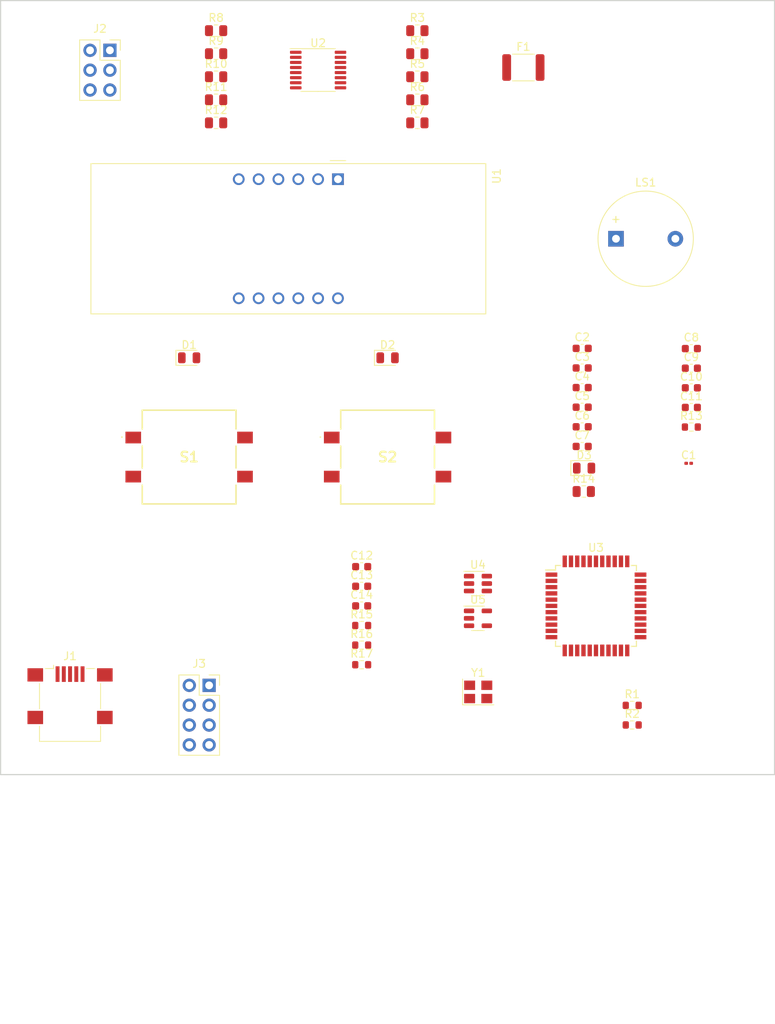
<source format=kicad_pcb>
(kicad_pcb (version 20221018) (generator pcbnew)
  (layers (0 "F.Cu" signal) (31 "B.Cu" signal) (34 "B.Paste" user) (35 "F.Paste" user) (36 "B.SilkS" user "B.Silkscreen") (37 "F.SilkS" user "F.Silkscreen") (38 "B.Mask" user) (39 "F.Mask" user) (44 "Edge.Cuts" user))
  (net 0 "")
  (net 1 "GND")
  (net 2 "Net-(D1-A)")
  (net 3 "Net-(D2-A)")
  (net 4 "Buzzer")
  (net 5 "Button_1")
  (net 6 "Button_2")
  (net 7 "RED_LED")
  (net 8 "GREEN_LED")
  (net 9 "a")
  (net 10 "Net-(U1-a)")
  (net 11 "b")
  (net 12 "Net-(U1-b)")
  (net 13 "c")
  (net 14 "Net-(U1-c)")
  (net 15 "d")
  (net 16 "Net-(U1-d)")
  (net 17 "e")
  (net 18 "Net-(U1-e)")
  (net 19 "f")
  (net 20 "Net-(U1-f)")
  (net 21 "g")
  (net 22 "Net-(U1-g)")
  (net 23 "dp")
  (net 24 "Net-(U1-DPX)")
  (net 25 "Dig4")
  (net 26 "Dig3")
  (net 27 "Dig2")
  (net 28 "Dig1")
  (net 30 "SH_CP")
  (net 31 "ST_CP")
  (net 32 "DS")
  (net 33 "XTAL2")
  (net 34 "XTAL1")
  (net 35 "RST")
  (net 36 "/UCAP")
  (net 37 "/AREF")
  (net 38 "Net-(D3-A)")
  (net 39 "Net-(J1-VBUS)")
  (net 40 "Net-(U5-BP)")
  (net 41 "+3.3V")
  (net 42 "Net-(J1-D-)")
  (net 43 "Net-(J1-D+)")
  (net 44 "MISO")
  (net 45 "SCK")
  (net 47 "MOSI")
  (net 48 "TX")
  (net 50 "Net-(J3-Pin_5)")
  (net 51 "RX")
  (net 52 "USB_CONN_D+")
  (net 53 "USB_CONN_D-")
  (net 54 "USB_D-")
  (net 55 "USB_D+")
  (footprint "Capacitor_SMD:C_0603_1608Metric" (layer "F.Cu") (at 112.255 121.92)
    (fp_text reference "C14" (at 0 -1.43) (layer "F.SilkS"))
    (fp_text value "1uF")
    (fp_line (start -0.14058 -0.51) (end 0.14058 -0.51) (stroke (width 0.12)) (layer "F.SilkS"))
    (fp_line (start -0.14058 0.51) (end 0.14058 0.51) (stroke (width 0.12)) (layer "F.SilkS"))
    (pad "1" smd roundrect (at -0.775 0) (size 0.9 0.95) (layers "F.Cu" "F.Paste" "F.Mask") (net 35 "RST"))
    (pad "2" smd roundrect (at 0.775 0) (size 0.9 0.95) (layers "F.Cu" "F.Paste" "F.Mask") (net 1 "GND"))
  )
  (footprint "Crystal:Crystal_SMD_Abracon_ABM8G-4Pin_3.2x2.5mm" (layer "F.Cu") (at 127.17 132.93)
    (fp_text reference "Y1" (at 0 -2.45) (layer "F.SilkS"))
    (fp_text value "Crystal_GND24")
    (fp_line (start -2 -1.65) (end -2 1.65) (stroke (width 0.12)) (layer "F.SilkS"))
    (fp_line (start -2 1.65) (end 2 1.65) (stroke (width 0.12)) (layer "F.SilkS"))
    (pad "1" smd rect (at -1.1 0.85) (size 1.4 1.2) (layers "F.Cu" "F.Paste" "F.Mask") (net 34 "XTAL1"))
    (pad "2" smd rect (at 1.1 0.85) (size 1.4 1.2) (layers "F.Cu" "F.Paste" "F.Mask") (net 1 "GND"))
    (pad "3" smd rect (at 1.1 -0.85) (size 1.4 1.2) (layers "F.Cu" "F.Paste" "F.Mask") (net 33 "XTAL2"))
    (pad "4" smd rect (at -1.1 -0.85) (size 1.4 1.2) (layers "F.Cu" "F.Paste" "F.Mask") (net 1 "GND"))
  )
  (footprint "Resistor_SMD:R_0805_2012Metric" (layer "F.Cu") (at 93.6225 60.1)
    (fp_text reference "R12" (at 0 -1.65) (layer "F.SilkS"))
    (fp_text value "100")
    (fp_line (start -0.227064 -0.735) (end 0.227064 -0.735) (stroke (width 0.12)) (layer "F.SilkS"))
    (fp_line (start -0.227064 0.735) (end 0.227064 0.735) (stroke (width 0.12)) (layer "F.SilkS"))
    (pad "1" smd roundrect (at -0.9125 0) (size 1.025 1.4) (layers "F.Cu" "F.Paste" "F.Mask") (roundrect_rratio 0.243902) (net 23 "dp"))
    (pad "2" smd roundrect (at 0.9125 0) (size 1.025 1.4) (layers "F.Cu" "F.Paste" "F.Mask") (roundrect_rratio 0.243902) (net 24 "Net-(U1-DPX)"))
  )
  (footprint "Resistor_SMD:R_0805_2012Metric" (layer "F.Cu") (at 93.6225 57.15)
    (fp_text reference "R11" (at 0 -1.65) (layer "F.SilkS"))
    (fp_text value "100")
    (fp_line (start -0.227064 -0.735) (end 0.227064 -0.735) (stroke (width 0.12)) (layer "F.SilkS"))
    (fp_line (start -0.227064 0.735) (end 0.227064 0.735) (stroke (width 0.12)) (layer "F.SilkS"))
    (pad "1" smd roundrect (at -0.9125 0) (size 1.025 1.4) (layers "F.Cu" "F.Paste" "F.Mask") (roundrect_rratio 0.243902) (net 21 "g"))
    (pad "2" smd roundrect (at 0.9125 0) (size 1.025 1.4) (layers "F.Cu" "F.Paste" "F.Mask") (roundrect_rratio 0.243902) (net 22 "Net-(U1-g)"))
  )
  (footprint "Display_7Segment:CA56-12EWA" (layer "F.Cu") (at 109.22 67.31 -90)
    (fp_text reference "U1" (at -0.4 -20.31 90) (layer "F.SilkS"))
    (fp_text value "CA56-12EWA")
    (fp_line (start -2.38 -1) (end -2.38 1) (stroke (width 0.12)) (layer "F.SilkS"))
    (fp_line (start -2 -18.92) (end -2 31.62) (stroke (width 0.12)) (layer "F.SilkS"))
    (fp_line (start -2 -18.92) (end 17.24 -18.92) (stroke (width 0.12)) (layer "F.SilkS"))
    (fp_line (start -2 31.62) (end 17.24 31.62) (stroke (width 0.12)) (layer "F.SilkS"))
    (fp_line (start 17.24 31.62) (end 17.24 -18.92) (stroke (width 0.12)) (layer "F.SilkS"))
    (pad "1" thru_hole rect (at 0 0 270) (size 1.5 1.5) (drill 1) (layers "*.Cu" "*.Mask") (net 18 "Net-(U1-e)"))
    (pad "2" thru_hole circle (at 0 2.54 270) (size 1.5 1.5) (drill 1) (layers "*.Cu" "*.Mask") (net 16 "Net-(U1-d)"))
    (pad "3" thru_hole circle (at 0 5.08 270) (size 1.5 1.5) (drill 1) (layers "*.Cu" "*.Mask") (net 24 "Net-(U1-DPX)"))
    (pad "4" thru_hole circle (at 0 7.62 270) (size 1.5 1.5) (drill 1) (layers "*.Cu" "*.Mask") (net 14 "Net-(U1-c)"))
    (pad "5" thru_hole circle (at 0 10.16 270) (size 1.5 1.5) (drill 1) (layers "*.Cu" "*.Mask") (net 22 "Net-(U1-g)"))
    (pad "6" thru_hole circle (at 0 12.7 270) (size 1.5 1.5) (drill 1) (layers "*.Cu" "*.Mask") (net 25 "Dig4"))
    (pad "7" thru_hole circle (at 15.24 12.7 270) (size 1.5 1.5) (drill 1) (layers "*.Cu" "*.Mask") (net 12 "Net-(U1-b)"))
    (pad "8" thru_hole circle (at 15.24 10.16 270) (size 1.5 1.5) (drill 1) (layers "*.Cu" "*.Mask") (net 26 "Dig3"))
    (pad "9" thru_hole circle (at 15.24 7.62 270) (size 1.5 1.5) (drill 1) (layers "*.Cu" "*.Mask") (net 27 "Dig2"))
    (pad "10" thru_hole circle (at 15.24 5.08 270) (size 1.5 1.5) (drill 1) (layers "*.Cu" "*.Mask") (net 20 "Net-(U1-f)"))
    (pad "11" thru_hole circle (at 15.24 2.54 270) (size 1.5 1.5) (drill 1) (layers "*.Cu" "*.Mask") (net 10 "Net-(U1-a)"))
    (pad "12" thru_hole circle (at 15.24 0 270) (size 1.5 1.5) (drill 1) (layers "*.Cu" "*.Mask") (net 28 "Dig1"))
  )
  (footprint "Buzzer_Beeper:Buzzer_12x9.5RM7.6" (layer "F.Cu") (at 144.8 74.93)
    (fp_text reference "LS1" (at 3.8 -7.2) (layer "F.SilkS"))
    (fp_text value "Speaker")
    (fp_text user "+" (at -0.01 -2.54) (layer "F.SilkS"))
    (fp_circle (center 3.8 0) (end 9.9 0) (stroke (width 0.12)) (fill none) (layer "F.SilkS"))
    (pad "1" thru_hole rect (at 0 0) (size 2 2) (drill 1) (layers "*.Cu" "*.Mask") (net 4 "Buzzer"))
    (pad "2" thru_hole circle (at 7.6 0) (size 2 2) (drill 1) (layers "*.Cu" "*.Mask") (net 1 "GND"))
  )
  (footprint "Package_TO_SOT_SMD:SOT-23-5" (layer "F.Cu") (at 127.1325 123.51)
    (fp_text reference "U5" (at 0 -2.4) (layer "F.SilkS"))
    (fp_text value "LP2985-3.3")
    (fp_line (start 0 -1.56) (end -1.8 -1.56) (stroke (width 0.12)) (layer "F.SilkS"))
    (fp_line (start 0 -1.56) (end 0.8 -1.56) (stroke (width 0.12)) (layer "F.SilkS"))
    (fp_line (start 0 1.56) (end -0.8 1.56) (stroke (width 0.12)) (layer "F.SilkS"))
    (fp_line (start 0 1.56) (end 0.8 1.56) (stroke (width 0.12)) (layer "F.SilkS"))
    (pad "1" smd roundrect (at -1.1375 -0.95) (size 1.325 0.6) (layers "F.Cu" "F.Paste" "F.Mask") (net 35 "RST"))
    (pad "2" smd roundrect (at -1.1375 0) (size 1.325 0.6) (layers "F.Cu" "F.Paste" "F.Mask") (net 1 "GND"))
    (pad "3" smd roundrect (at -1.1375 0.95) (size 1.325 0.6) (layers "F.Cu" "F.Paste" "F.Mask") (net 35 "RST"))
    (pad "4" smd roundrect (at 1.1375 0.95) (size 1.325 0.6) (layers "F.Cu" "F.Paste" "F.Mask") (net 40 "Net-(U5-BP)"))
    (pad "5" smd roundrect (at 1.1375 -0.95) (size 1.325 0.6) (layers "F.Cu" "F.Paste" "F.Mask") (net 41 "+3.3V"))
  )
  (footprint "Resistor_SMD:R_0805_2012Metric" (layer "F.Cu") (at 93.6225 51.25)
    (fp_text reference "R9" (at 0 -1.65) (layer "F.SilkS"))
    (fp_text value "100")
    (fp_line (start -0.227064 -0.735) (end 0.227064 -0.735) (stroke (width 0.12)) (layer "F.SilkS"))
    (fp_line (start -0.227064 0.735) (end 0.227064 0.735) (stroke (width 0.12)) (layer "F.SilkS"))
    (pad "1" smd roundrect (at -0.9125 0) (size 1.025 1.4) (layers "F.Cu" "F.Paste" "F.Mask") (roundrect_rratio 0.243902) (net 17 "e"))
    (pad "2" smd roundrect (at 0.9125 0) (size 1.025 1.4) (layers "F.Cu" "F.Paste" "F.Mask") (roundrect_rratio 0.243902) (net 18 "Net-(U1-e)"))
  )
  (footprint "Connector_PinSocket_2.54mm:PinSocket_2x04_P2.54mm_Vertical" (layer "F.Cu") (at 92.73 132.09)
    (fp_text reference "J3" (at -1.27 -2.77) (layer "F.SilkS"))
    (fp_text value "ESP Connector")
    (fp_line (start -3.87 -1.33) (end -3.87 8.95) (stroke (width 0.12)) (layer "F.SilkS"))
    (fp_line (start -3.87 -1.33) (end -1.27 -1.33) (stroke (width 0.12)) (layer "F.SilkS"))
    (fp_line (start -3.87 8.95) (end 1.33 8.95) (stroke (width 0.12)) (layer "F.SilkS"))
    (fp_line (start -1.27 -1.33) (end -1.27 1.27) (stroke (width 0.12)) (layer "F.SilkS"))
    (fp_line (start -1.27 1.27) (end 1.33 1.27) (stroke (width 0.12)) (layer "F.SilkS"))
    (fp_line (start 0 -1.33) (end 1.33 -1.33) (stroke (width 0.12)) (layer "F.SilkS"))
    (fp_line (start 1.33 -1.33) (end 1.33 0) (stroke (width 0.12)) (layer "F.SilkS"))
    (fp_line (start 1.33 1.27) (end 1.33 8.95) (stroke (width 0.12)) (layer "F.SilkS"))
    (pad "1" thru_hole rect (at 0 0) (size 1.7 1.7) (drill 1) (layers "*.Cu" "*.Mask") (net 1 "GND"))
    (pad "2" thru_hole oval (at -2.54 0) (size 1.7 1.7) (drill 1) (layers "*.Cu" "*.Mask") (net 48 "TX"))
    (pad "3" thru_hole oval (at 0 2.54) (size 1.7 1.7) (drill 1) (layers "*.Cu" "*.Mask"))
    (pad "4" thru_hole oval (at -2.54 2.54) (size 1.7 1.7) (drill 1) (layers "*.Cu" "*.Mask") (net 41 "+3.3V"))
    (pad "5" thru_hole oval (at 0 5.08) (size 1.7 1.7) (drill 1) (layers "*.Cu" "*.Mask") (net 50 "Net-(J3-Pin_5)"))
    (pad "6" thru_hole oval (at -2.54 5.08) (size 1.7 1.7) (drill 1) (layers "*.Cu" "*.Mask") (net 41 "+3.3V"))
    (pad "7" thru_hole oval (at 0 7.62) (size 1.7 1.7) (drill 1) (layers "*.Cu" "*.Mask") (net 51 "RX"))
    (pad "8" thru_hole oval (at -2.54 7.62) (size 1.7 1.7) (drill 1) (layers "*.Cu" "*.Mask") (net 41 "+3.3V"))
  )
  (footprint "Capacitor_SMD:C_0603_1608Metric" (layer "F.Cu") (at 112.255 119.41)
    (fp_text reference "C13" (at 0 -1.43) (layer "F.SilkS"))
    (fp_text value "2.2uF")
    (fp_line (start -0.14058 -0.51) (end 0.14058 -0.51) (stroke (width 0.12)) (layer "F.SilkS"))
    (fp_line (start -0.14058 0.51) (end 0.14058 0.51) (stroke (width 0.12)) (layer "F.SilkS"))
    (pad "1" smd roundrect (at -0.775 0) (size 0.9 0.95) (layers "F.Cu" "F.Paste" "F.Mask") (net 41 "+3.3V"))
    (pad "2" smd roundrect (at 0.775 0) (size 0.9 0.95) (layers "F.Cu" "F.Paste" "F.Mask") (net 1 "GND"))
  )
  (footprint "Capacitor_SMD:C_0603_1608Metric" (layer "F.Cu") (at 140.475 91.47)
    (fp_text reference "C3" (at 0 -1.43) (layer "F.SilkS"))
    (fp_text value "10uF")
    (fp_line (start -0.14058 -0.51) (end 0.14058 -0.51) (stroke (width 0.12)) (layer "F.SilkS"))
    (fp_line (start -0.14058 0.51) (end 0.14058 0.51) (stroke (width 0.12)) (layer "F.SilkS"))
    (pad "1" smd roundrect (at -0.775 0) (size 0.9 0.95) (layers "F.Cu" "F.Paste" "F.Mask") (net 35 "RST"))
    (pad "2" smd roundrect (at 0.775 0) (size 0.9 0.95) (layers "F.Cu" "F.Paste" "F.Mask") (net 1 "GND"))
  )
  (footprint "Capacitor_SMD:C_0603_1608Metric" (layer "F.Cu") (at 154.445 94.01)
    (fp_text reference "C10" (at 0 -1.43) (layer "F.SilkS"))
    (fp_text value "1uF")
    (fp_line (start -0.14058 -0.51) (end 0.14058 -0.51) (stroke (width 0.12)) (layer "F.SilkS"))
    (fp_line (start -0.14058 0.51) (end 0.14058 0.51) (stroke (width 0.12)) (layer "F.SilkS"))
    (pad "1" smd roundrect (at -0.775 0) (size 0.9 0.95) (layers "F.Cu" "F.Paste" "F.Mask") (net 36 "/UCAP"))
    (pad "2" smd roundrect (at 0.775 0) (size 0.9 0.95) (layers "F.Cu" "F.Paste" "F.Mask") (net 1 "GND"))
  )
  (footprint "Resistor_SMD:R_0603_1608Metric" (layer "F.Cu") (at 112.255 129.45)
    (fp_text reference "R17" (at 0 -1.43) (layer "F.SilkS"))
    (fp_text value "10k")
    (fp_line (start -0.237258 -0.5225) (end 0.237258 -0.5225) (stroke (width 0.12)) (layer "F.SilkS"))
    (fp_line (start -0.237258 0.5225) (end 0.237258 0.5225) (stroke (width 0.12)) (layer "F.SilkS"))
    (pad "1" smd roundrect (at -0.825 0) (size 0.8 0.95) (layers "F.Cu" "F.Paste" "F.Mask") (net 41 "+3.3V"))
    (pad "2" smd roundrect (at 0.825 0) (size 0.8 0.95) (layers "F.Cu" "F.Paste" "F.Mask") (net 50 "Net-(J3-Pin_5)"))
  )
  (footprint "Package_QFP:TQFP-44_10x10mm_P0.8mm" (layer "F.Cu") (at 142.24 121.92)
    (fp_text reference "U3" (at 0 -7.45) (layer "F.SilkS"))
    (fp_text value "ATmega32U4-A")
    (fp_line (start -5.175 -5.175) (end -5.175 -4.6) (stroke (width 0.15)) (layer "F.SilkS"))
    (fp_line (start -5.175 -5.175) (end -4.5 -5.175) (stroke (width 0.15)) (layer "F.SilkS"))
    (fp_line (start -5.175 -4.6) (end -6.45 -4.6) (stroke (width 0.15)) (layer "F.SilkS"))
    (fp_line (start -5.175 5.175) (end -5.175 4.5) (stroke (width 0.15)) (layer "F.SilkS"))
    (fp_line (start -5.175 5.175) (end -4.5 5.175) (stroke (width 0.15)) (layer "F.SilkS"))
    (fp_line (start 5.175 -5.175) (end 4.5 -5.175) (stroke (width 0.15)) (layer "F.SilkS"))
    (fp_line (start 5.175 -5.175) (end 5.175 -4.5) (stroke (width 0.15)) (layer "F.SilkS"))
    (fp_line (start 5.175 5.175) (end 4.5 5.175) (stroke (width 0.15)) (layer "F.SilkS"))
    (fp_line (start 5.175 5.175) (end 5.175 4.5) (stroke (width 0.15)) (layer "F.SilkS"))
    (pad "1" smd rect (at -5.7 -4) (size 1.5 0.55) (layers "F.Cu" "F.Paste" "F.Mask") (net 30 "SH_CP"))
    (pad "2" smd rect (at -5.7 -3.2) (size 1.5 0.55) (layers "F.Cu" "F.Paste" "F.Mask") (net 35 "RST"))
    (pad "3" smd rect (at -5.7 -2.4) (size 1.5 0.55) (layers "F.Cu" "F.Paste" "F.Mask") (net 54 "USB_D-"))
    (pad "4" smd rect (at -5.7 -1.6) (size 1.5 0.55) (layers "F.Cu" "F.Paste" "F.Mask") (net 55 "USB_D+"))
    (pad "5" smd rect (at -5.7 -0.8) (size 1.5 0.55) (layers "F.Cu" "F.Paste" "F.Mask") (net 1 "GND"))
    (pad "6" smd rect (at -5.7 0) (size 1.5 0.55) (layers "F.Cu" "F.Paste" "F.Mask") (net 36 "/UCAP"))
    (pad "7" smd rect (at -5.7 0.8) (size 1.5 0.55) (layers "F.Cu" "F.Paste" "F.Mask") (net 35 "RST"))
    (pad "8" smd rect (at -5.7 1.6) (size 1.5 0.55) (layers "F.Cu" "F.Paste" "F.Mask"))
    (pad "9" smd rect (at -5.7 2.4) (size 1.5 0.55) (layers "F.Cu" "F.Paste" "F.Mask") (net 45 "SCK"))
    (pad "10" smd rect (at -5.7 3.2) (size 1.5 0.55) (layers "F.Cu" "F.Paste" "F.Mask") (net 47 "MOSI"))
    (pad "11" smd rect (at -5.7 4) (size 1.5 0.55) (layers "F.Cu" "F.Paste" "F.Mask") (net 44 "MISO"))
    (pad "12" smd rect (at -4 5.7 90) (size 1.5 0.55) (layers "F.Cu" "F.Paste" "F.Mask") (net 26 "Dig3"))
    (pad "13" smd rect (at -3.2 5.7 90) (size 1.5 0.55) (layers "F.Cu" "F.Paste" "F.Mask") (net 35 "RST"))
    (pad "14" smd rect (at -2.4 5.7 90) (size 1.5 0.55) (layers "F.Cu" "F.Paste" "F.Mask") (net 35 "RST"))
    (pad "15" smd rect (at -1.6 5.7 90) (size 1.5 0.55) (layers "F.Cu" "F.Paste" "F.Mask") (net 1 "GND"))
    (pad "16" smd rect (at -0.8 5.7 90) (size 1.5 0.55) (layers "F.Cu" "F.Paste" "F.Mask") (net 33 "XTAL2"))
    (pad "17" smd rect (at 0 5.7 90) (size 1.5 0.55) (layers "F.Cu" "F.Paste" "F.Mask") (net 34 "XTAL1"))
    (pad "18" smd rect (at 0.8 5.7 90) (size 1.5 0.55) (layers "F.Cu" "F.Paste" "F.Mask") (net 6 "Button_2"))
    (pad "19" smd rect (at 1.6 5.7 90) (size 1.5 0.55) (layers "F.Cu" "F.Paste" "F.Mask") (net 5 "Button_1"))
    (pad "20" smd rect (at 2.4 5.7 90) (size 1.5 0.55) (layers "F.Cu" "F.Paste" "F.Mask") (net 48 "TX"))
    (pad "21" smd rect (at 3.2 5.7 90) (size 1.5 0.55) (layers "F.Cu" "F.Paste" "F.Mask") (net 51 "RX"))
    (pad "22" smd rect (at 4 5.7 90) (size 1.5 0.55) (layers "F.Cu" "F.Paste" "F.Mask"))
    (pad "23" smd rect (at 5.7 4) (size 1.5 0.55) (layers "F.Cu" "F.Paste" "F.Mask") (net 1 "GND"))
    (pad "24" smd rect (at 5.7 3.2) (size 1.5 0.55) (layers "F.Cu" "F.Paste" "F.Mask") (net 35 "RST"))
    (pad "25" smd rect (at 5.7 2.4) (size 1.5 0.55) (layers "F.Cu" "F.Paste" "F.Mask") (net 8 "GREEN_LED"))
    (pad "26" smd rect (at 5.7 1.6) (size 1.5 0.55) (layers "F.Cu" "F.Paste" "F.Mask") (net 27 "Dig2"))
    (pad "27" smd rect (at 5.7 0.8) (size 1.5 0.55) (layers "F.Cu" "F.Paste" "F.Mask") (net 4 "Buzzer"))
    (pad "28" smd rect (at 5.7 0) (size 1.5 0.55) (layers "F.Cu" "F.Paste" "F.Mask") (net 31 "ST_CP"))
    (pad "29" smd rect (at 5.7 -0.8) (size 1.5 0.55) (layers "F.Cu" "F.Paste" "F.Mask") (net 32 "DS"))
    (pad "30" smd rect (at 5.7 -1.6) (size 1.5 0.55) (layers "F.Cu" "F.Paste" "F.Mask") (net 25 "Dig4"))
    (pad "31" smd rect (at 5.7 -2.4) (size 1.5 0.55) (layers "F.Cu" "F.Paste" "F.Mask") (net 7 "RED_LED"))
    (pad "32" smd rect (at 5.7 -3.2) (size 1.5 0.55) (layers "F.Cu" "F.Paste" "F.Mask") (net 28 "Dig1"))
    (pad "33" smd rect (at 5.7 -4) (size 1.5 0.55) (layers "F.Cu" "F.Paste" "F.Mask") (net 1 "GND"))
    (pad "34" smd rect (at 4 -5.7 90) (size 1.5 0.55) (layers "F.Cu" "F.Paste" "F.Mask") (net 35 "RST"))
    (pad "35" smd rect (at 3.2 -5.7 90) (size 1.5 0.55) (layers "F.Cu" "F.Paste" "F.Mask") (net 1 "GND"))
    (pad "36" smd rect (at 2.4 -5.7 90) (size 1.5 0.55) (layers "F.Cu" "F.Paste" "F.Mask"))
    (pad "37" smd rect (at 1.6 -5.7 90) (size 1.5 0.55) (layers "F.Cu" "F.Paste" "F.Mask"))
    (pad "38" smd rect (at 0.8 -5.7 90) (size 1.5 0.55) (layers "F.Cu" "F.Paste" "F.Mask"))
    (pad "39" smd rect (at 0 -5.7 90) (size 1.5 0.55) (layers "F.Cu" "F.Paste" "F.Mask"))
    (pad "40" smd rect (at -0.8 -5.7 90) (size 1.5 0.55) (layers "F.Cu" "F.Paste" "F.Mask"))
    (pad "41" smd rect (at -1.6 -5.7 90) (size 1.5 0.55) (layers "F.Cu" "F.Paste" "F.Mask"))
    (pad "42" smd rect (at -2.4 -5.7 90) (size 1.5 0.55) (layers "F.Cu" "F.Paste" "F.Mask") (net 37 "/AREF"))
    (pad "43" smd rect (at -3.2 -5.7 90) (size 1.5 0.55) (layers "F.Cu" "F.Paste" "F.Mask") (net 1 "GND"))
    (pad "44" smd rect (at -4 -5.7 90) (size 1.5 0.55) (layers "F.Cu" "F.Paste" "F.Mask") (net 35 "RST"))
  )
  (footprint "Capacitor_SMD:C_0603_1608Metric" (layer "F.Cu") (at 140.475 101.51)
    (fp_text reference "C7" (at 0 -1.43) (layer "F.SilkS"))
    (fp_text value "0.1uF")
    (fp_line (start -0.14058 -0.51) (end 0.14058 -0.51) (stroke (width 0.12)) (layer "F.SilkS"))
    (fp_line (start -0.14058 0.51) (end 0.14058 0.51) (stroke (width 0.12)) (layer "F.SilkS"))
    (pad "1" smd roundrect (at -0.775 0) (size 0.9 0.95) (layers "F.Cu" "F.Paste" "F.Mask") (net 35 "RST"))
    (pad "2" smd roundrect (at 0.775 0) (size 0.9 0.95) (layers "F.Cu" "F.Paste" "F.Mask") (net 1 "GND"))
  )
  (footprint "Resistor_SMD:R_0805_2012Metric" (layer "F.Cu") (at 119.38 54.2)
    (fp_text reference "R5" (at 0 -1.65) (layer "F.SilkS"))
    (fp_text value "100")
    (fp_line (start -0.227064 -0.735) (end 0.227064 -0.735) (stroke (width 0.12)) (layer "F.SilkS"))
    (fp_line (start -0.227064 0.735) (end 0.227064 0.735) (stroke (width 0.12)) (layer "F.SilkS"))
    (pad "1" smd roundrect (at -0.9125 0) (size 1.025 1.4) (layers "F.Cu" "F.Paste" "F.Mask") (roundrect_rratio 0.243902) (net 9 "a"))
    (pad "2" smd roundrect (at 0.9125 0) (size 1.025 1.4) (layers "F.Cu" "F.Paste" "F.Mask") (roundrect_rratio 0.243902) (net 10 "Net-(U1-a)"))
  )
  (footprint "Resistor_SMD:R_0603_1608Metric" (layer "F.Cu") (at 146.875 137.16)
    (fp_text reference "R2" (at 0 -1.43) (layer "F.SilkS"))
    (fp_text value "10k")
    (fp_line (start -0.237258 -0.5225) (end 0.237258 -0.5225) (stroke (width 0.12)) (layer "F.SilkS"))
    (fp_line (start -0.237258 0.5225) (end 0.237258 0.5225) (stroke (width 0.12)) (layer "F.SilkS"))
    (pad "1" smd roundrect (at -0.825 0) (size 0.8 0.95) (layers "F.Cu" "F.Paste" "F.Mask") (net 6 "Button_2"))
    (pad "2" smd roundrect (at 0.825 0) (size 0.8 0.95) (layers "F.Cu" "F.Paste" "F.Mask") (net 1 "GND"))
  )
  (footprint "LED_SMD:LED_0805_2012Metric" (layer "F.Cu") (at 115.57 90.17)
    (fp_text reference "D2" (at 0 -1.65) (layer "F.SilkS"))
    (fp_text value "LED")
    (fp_line (start -1.685 -0.96) (end -1.685 0.96) (stroke (width 0.12)) (layer "F.SilkS"))
    (fp_line (start -1.685 0.96) (end 1 0.96) (stroke (width 0.12)) (layer "F.SilkS"))
    (fp_line (start 1 -0.96) (end -1.685 -0.96) (stroke (width 0.12)) (layer "F.SilkS"))
    (pad "1" smd roundrect (at -0.9375 0) (size 0.975 1.4) (layers "F.Cu" "F.Paste" "F.Mask") (net 1 "GND"))
    (pad "2" smd roundrect (at 0.9375 0) (size 0.975 1.4) (layers "F.Cu" "F.Paste" "F.Mask") (net 3 "Net-(D2-A)"))
  )
  (footprint "Resistor_SMD:R_0603_1608Metric" (layer "F.Cu") (at 146.875 134.65)
    (fp_text reference "R1" (at 0 -1.43) (layer "F.SilkS"))
    (fp_text value "10k")
    (fp_line (start -0.237258 -0.5225) (end 0.237258 -0.5225) (stroke (width 0.12)) (layer "F.SilkS"))
    (fp_line (start -0.237258 0.5225) (end 0.237258 0.5225) (stroke (width 0.12)) (layer "F.SilkS"))
    (pad "1" smd roundrect (at -0.825 0) (size 0.8 0.95) (layers "F.Cu" "F.Paste" "F.Mask") (net 5 "Button_1"))
    (pad "2" smd roundrect (at 0.825 0) (size 0.8 0.95) (layers "F.Cu" "F.Paste" "F.Mask") (net 1 "GND"))
  )
  (footprint "Capacitor_SMD:C_0603_1608Metric" (layer "F.Cu") (at 154.445 96.52)
    (fp_text reference "C11" (at 0 -1.43) (layer "F.SilkS"))
    (fp_text value "0.2uF")
    (fp_line (start -0.14058 -0.51) (end 0.14058 -0.51) (stroke (width 0.12)) (layer "F.SilkS"))
    (fp_line (start -0.14058 0.51) (end 0.14058 0.51) (stroke (width 0.12)) (layer "F.SilkS"))
    (pad "1" smd roundrect (at -0.775 0) (size 0.9 0.95) (layers "F.Cu" "F.Paste" "F.Mask") (net 37 "/AREF"))
    (pad "2" smd roundrect (at 0.775 0) (size 0.9 0.95) (layers "F.Cu" "F.Paste" "F.Mask") (net 1 "GND"))
  )
  (footprint "Connector_PinSocket_2.54mm:PinSocket_2x03_P2.54mm_Vertical" (layer "F.Cu") (at 80.03 50.815)
    (fp_text reference "J2" (at -1.27 -2.77) (layer "F.SilkS"))
    (fp_text value "AVR-ISP-6")
    (fp_line (start -3.87 -1.33) (end -3.87 6.41) (stroke (width 0.12)) (layer "F.SilkS"))
    (fp_line (start -3.87 -1.33) (end -1.27 -1.33) (stroke (width 0.12)) (layer "F.SilkS"))
    (fp_line (start -3.87 6.41) (end 1.33 6.41) (stroke (width 0.12)) (layer "F.SilkS"))
    (fp_line (start -1.27 -1.33) (end -1.27 1.27) (stroke (width 0.12)) (layer "F.SilkS"))
    (fp_line (start -1.27 1.27) (end 1.33 1.27) (stroke (width 0.12)) (layer "F.SilkS"))
    (fp_line (start 0 -1.33) (end 1.33 -1.33) (stroke (width 0.12)) (layer "F.SilkS"))
    (fp_line (start 1.33 -1.33) (end 1.33 0) (stroke (width 0.12)) (layer "F.SilkS"))
    (fp_line (start 1.33 1.27) (end 1.33 6.41) (stroke (width 0.12)) (layer "F.SilkS"))
    (pad "1" thru_hole rect (at 0 0) (size 1.7 1.7) (drill 1) (layers "*.Cu" "*.Mask") (net 44 "MISO"))
    (pad "2" thru_hole oval (at -2.54 0) (size 1.7 1.7) (drill 1) (layers "*.Cu" "*.Mask") (net 35 "RST"))
    (pad "3" thru_hole oval (at 0 2.54) (size 1.7 1.7) (drill 1) (layers "*.Cu" "*.Mask") (net 45 "SCK"))
    (pad "4" thru_hole oval (at -2.54 2.54) (size 1.7 1.7) (drill 1) (layers "*.Cu" "*.Mask") (net 47 "MOSI"))
    (pad "5" thru_hole oval (at 0 5.08) (size 1.7 1.7) (drill 1) (layers "*.Cu" "*.Mask") (net 35 "RST"))
    (pad "6" thru_hole oval (at -2.54 5.08) (size 1.7 1.7) (drill 1) (layers "*.Cu" "*.Mask") (net 1 "GND"))
  )
  (footprint "Package_TO_SOT_SMD:SOT-23-6" (layer "F.Cu") (at 127.1325 119.06)
    (fp_text reference "U4" (at 0 -2.4) (layer "F.SilkS"))
    (fp_text value "USBLC6-2SC6")
    (fp_line (start 0 -1.56) (end -1.8 -1.56) (stroke (width 0.12)) (layer "F.SilkS"))
    (fp_line (start 0 -1.56) (end 0.8 -1.56) (stroke (width 0.12)) (layer "F.SilkS"))
    (fp_line (start 0 1.56) (end -0.8 1.56) (stroke (width 0.12)) (layer "F.SilkS"))
    (fp_line (start 0 1.56) (end 0.8 1.56) (stroke (width 0.12)) (layer "F.SilkS"))
    (pad "1" smd roundrect (at -1.1375 -0.95) (size 1.325 0.6) (layers "F.Cu" "F.Paste" "F.Mask") (net 53 "USB_CONN_D-"))
    (pad "2" smd roundrect (at -1.1375 0) (size 1.325 0.6) (layers "F.Cu" "F.Paste" "F.Mask") (net 1 "GND"))
    (pad "3" smd roundrect (at -1.1375 0.95) (size 1.325 0.6) (layers "F.Cu" "F.Paste" "F.Mask") (net 52 "USB_CONN_D+"))
    (pad "4" smd roundrect (at 1.1375 0.95) (size 1.325 0.6) (layers "F.Cu" "F.Paste" "F.Mask") (net 55 "USB_D+"))
    (pad "5" smd roundrect (at 1.1375 0) (size 1.325 0.6) (layers "F.Cu" "F.Paste" "F.Mask") (net 35 "RST"))
    (pad "6" smd roundrect (at 1.1375 -0.95) (size 1.325 0.6) (layers "F.Cu" "F.Paste" "F.Mask") (net 54 "USB_D-"))
  )
  (footprint "Resistor_SMD:R_0805_2012Metric" (layer "F.Cu") (at 119.38 51.25)
    (fp_text reference "R4" (at 0 -1.65) (layer "F.SilkS"))
    (fp_text value "330")
    (fp_line (start -0.227064 -0.735) (end 0.227064 -0.735) (stroke (width 0.12)) (layer "F.SilkS"))
    (fp_line (start -0.227064 0.735) (end 0.227064 0.735) (stroke (width 0.12)) (layer "F.SilkS"))
    (pad "1" smd roundrect (at -0.9125 0) (size 1.025 1.4) (layers "F.Cu" "F.Paste" "F.Mask") (roundrect_rratio 0.243902) (net 8 "GREEN_LED"))
    (pad "2" smd roundrect (at 0.9125 0) (size 1.025 1.4) (layers "F.Cu" "F.Paste" "F.Mask") (roundrect_rratio 0.243902) (net 3 "Net-(D2-A)"))
  )
  (footprint "Capacitor_SMD:C_0603_1608Metric" (layer "F.Cu") (at 112.255 116.9)
    (fp_text reference "C12" (at 0 -1.43) (layer "F.SilkS"))
    (fp_text value "10nF")
    (fp_line (start -0.14058 -0.51) (end 0.14058 -0.51) (stroke (width 0.12)) (layer "F.SilkS"))
    (fp_line (start -0.14058 0.51) (end 0.14058 0.51) (stroke (width 0.12)) (layer "F.SilkS"))
    (pad "1" smd roundrect (at -0.775 0) (size 0.9 0.95) (layers "F.Cu" "F.Paste" "F.Mask") (net 40 "Net-(U5-BP)"))
    (pad "2" smd roundrect (at 0.775 0) (size 0.9 0.95) (layers "F.Cu" "F.Paste" "F.Mask") (net 1 "GND"))
  )
  (footprint "Capacitor_SMD:C_0603_1608Metric" (layer "F.Cu") (at 140.475 96.49)
    (fp_text reference "C5" (at 0 -1.43) (layer "F.SilkS"))
    (fp_text value "0.1uF")
    (fp_line (start -0.14058 -0.51) (end 0.14058 -0.51) (stroke (width 0.12)) (layer "F.SilkS"))
    (fp_line (start -0.14058 0.51) (end 0.14058 0.51) (stroke (width 0.12)) (layer "F.SilkS"))
    (pad "1" smd roundrect (at -0.775 0) (size 0.9 0.95) (layers "F.Cu" "F.Paste" "F.Mask") (net 35 "RST"))
    (pad "2" smd roundrect (at 0.775 0) (size 0.9 0.95) (layers "F.Cu" "F.Paste" "F.Mask") (net 1 "GND"))
  )
  (footprint "LED_SMD:LED_0805_2012Metric" (layer "F.Cu") (at 140.715 104.285)
    (fp_text reference "D3" (at 0 -1.65) (layer "F.SilkS"))
    (fp_text value "LED")
    (fp_line (start -1.685 -0.96) (end -1.685 0.96) (stroke (width 0.12)) (layer "F.SilkS"))
    (fp_line (start -1.685 0.96) (end 1 0.96) (stroke (width 0.12)) (layer "F.SilkS"))
    (fp_line (start 1 -0.96) (end -1.685 -0.96) (stroke (width 0.12)) (layer "F.SilkS"))
    (pad "1" smd roundrect (at -0.9375 0) (size 0.975 1.4) (layers "F.Cu" "F.Paste" "F.Mask") (net 1 "GND"))
    (pad "2" smd roundrect (at 0.9375 0) (size 0.975 1.4) (layers "F.Cu" "F.Paste" "F.Mask") (net 38 "Net-(D3-A)"))
  )
  (footprint "Capacitor_SMD:C_0603_1608Metric" (layer "F.Cu") (at 154.445 88.99)
    (fp_text reference "C8" (at 0 -1.43) (layer "F.SilkS"))
    (fp_text value "0.1uF")
    (fp_line (start -0.14058 -0.51) (end 0.14058 -0.51) (stroke (width 0.12)) (layer "F.SilkS"))
    (fp_line (start -0.14058 0.51) (end 0.14058 0.51) (stroke (width 0.12)) (layer "F.SilkS"))
    (pad "1" smd roundrect (at -0.775 0) (size 0.9 0.95) (layers "F.Cu" "F.Paste" "F.Mask") (net 35 "RST"))
    (pad "2" smd roundrect (at 0.775 0) (size 0.9 0.95) (layers "F.Cu" "F.Paste" "F.Mask") (net 1 "GND"))
  )
  (footprint "LED_SMD:LED_0805_2012Metric" (layer "F.Cu") (at 90.17 90.17)
    (fp_text reference "D1" (at 0 -1.65) (layer "F.SilkS"))
    (fp_text value "LED")
    (fp_line (start -1.685 -0.96) (end -1.685 0.96) (stroke (width 0.12)) (layer "F.SilkS"))
    (fp_line (start -1.685 0.96) (end 1 0.96) (stroke (width 0.12)) (layer "F.SilkS"))
    (fp_line (start 1 -0.96) (end -1.685 -0.96) (stroke (width 0.12)) (layer "F.SilkS"))
    (pad "1" smd roundrect (at -0.9375 0) (size 0.975 1.4) (layers "F.Cu" "F.Paste" "F.Mask") (net 1 "GND"))
    (pad "2" smd roundrect (at 0.9375 0) (size 0.975 1.4) (layers "F.Cu" "F.Paste" "F.Mask") (net 2 "Net-(D1-A)"))
  )
  (footprint "Resistor_SMD:R_0603_1608Metric" (layer "F.Cu") (at 112.255 124.43)
    (fp_text reference "R15" (at 0 -1.43) (layer "F.SilkS"))
    (fp_text value "330")
    (fp_line (start -0.237258 -0.5225) (end 0.237258 -0.5225) (stroke (width 0.12)) (layer "F.SilkS"))
    (fp_line (start -0.237258 0.5225) (end 0.237258 0.5225) (stroke (width 0.12)) (layer "F.SilkS"))
    (pad "1" smd roundrect (at -0.825 0) (size 0.8 0.95) (layers "F.Cu" "F.Paste" "F.Mask") (net 43 "Net-(J1-D+)"))
    (pad "2" smd roundrect (at 0.825 0) (size 0.8 0.95) (layers "F.Cu" "F.Paste" "F.Mask") (net 52 "USB_CONN_D+"))
  )
  (footprint "PTS125_SMD_Button:PTS125_SMD_Button" (layer "F.Cu") (at 90.17 102.87)
    (fp_text reference "S1" (at 0 0) (layer "F.SilkS") (effects (font (size 1.27 1.27) (thickness 0.254))))
    (fp_text value "PTS125SM43SMTR21M_LFS" hide)
    (fp_line (start -8.6 -2.6) (end -8.6 -2.6) (stroke (width 0.1)) (layer "F.SilkS"))
    (fp_line (start -8.6 -2.5) (end -8.6 -2.5) (stroke (width 0.1)) (layer "F.SilkS"))
    (fp_line (start -6 -6) (end 6 -6) (stroke (width 0.2)) (layer "F.SilkS"))
    (fp_line (start -6 -3.6) (end -6 -6) (stroke (width 0.2)) (layer "F.SilkS"))
    (fp_line (start -6 -3.6) (end -6 -3.6) (stroke (width 0.2)) (layer "F.SilkS"))
    (fp_line (start -6 -1.4) (end -6 1.4) (stroke (width 0.2)) (layer "F.SilkS"))
    (fp_line (start -6 3.6) (end -6 6) (stroke (width 0.2)) (layer "F.SilkS"))
    (fp_line (start -6 6) (end 6 6) (stroke (width 0.2)) (layer "F.SilkS"))
    (fp_line (start 6 -6) (end 6 -3.6) (stroke (width 0.2)) (layer "F.SilkS"))
    (fp_line (start 6 -1.4) (end 6 1.4) (stroke (width 0.2)) (layer "F.SilkS"))
    (fp_line (start 6 6) (end 6 3.6) (stroke (width 0.2)) (layer "F.SilkS"))
    (fp_arc (start -8.6 -2.6) (mid -8.55 -2.55) (end -8.6 -2.5) (stroke (width 0.1)) (layer "F.SilkS"))
    (fp_arc (start -8.6 -2.5) (mid -8.65 -2.55) (end -8.6 -2.6) (stroke (width 0.1)) (layer "F.SilkS"))
    (pad "A1" smd rect (at -7.15 -2.5 90) (size 1.5 2) (layers "F.Cu" "F.Paste" "F.Mask"))
    (pad "B1" smd rect (at 7.15 -2.5 90) (size 1.5 2) (layers "F.Cu" "F.Paste" "F.Mask"))
    (pad "C1" smd rect (at -7.15 2.5 90) (size 1.5 2) (layers "F.Cu" "F.Paste" "F.Mask") (net 35 "RST"))
    (pad "D1" smd rect (at 7.15 2.5 90) (size 1.5 2) (layers "F.Cu" "F.Paste" "F.Mask") (net 5 "Button_1"))
  )
  (footprint "Resistor_SMD:R_0805_2012Metric" (layer "F.Cu") (at 119.38 48.3)
    (fp_text reference "R3" (at 0 -1.65) (layer "F.SilkS"))
    (fp_text value "330")
    (fp_line (start -0.227064 -0.735) (end 0.227064 -0.735) (stroke (width 0.12)) (layer "F.SilkS"))
    (fp_line (start -0.227064 0.735) (end 0.227064 0.735) (stroke (width 0.12)) (layer "F.SilkS"))
    (pad "1" smd roundrect (at -0.9125 0) (size 1.025 1.4) (layers "F.Cu" "F.Paste" "F.Mask") (roundrect_rratio 0.243902) (net 7 "RED_LED"))
    (pad "2" smd roundrect (at 0.9125 0) (size 1.025 1.4) (layers "F.Cu" "F.Paste" "F.Mask") (roundrect_rratio 0.243902) (net 2 "Net-(D1-A)"))
  )
  (footprint "Fuse:Fuse_1812_4532Metric" (layer "F.Cu") (at 132.9475 53.015)
    (fp_text reference "F1" (at 0 -2.65) (layer "F.SilkS"))
    (fp_text value "PTVSD?")
    (fp_line (start -1.386252 -1.71) (end 1.386252 -1.71) (stroke (width 0.12)) (layer "F.SilkS"))
    (fp_line (start -1.386252 1.71) (end 1.386252 1.71) (stroke (width 0.12)) (layer "F.SilkS"))
    (pad "1" smd roundrect (at -2.1375 0) (size 1.125 3.4) (layers "F.Cu" "F.Paste" "F.Mask") (roundrect_rratio 0.222222) (net 39 "Net-(J1-VBUS)"))
    (pad "2" smd roundrect (at 2.1375 0) (size 1.125 3.4) (layers "F.Cu" "F.Paste" "F.Mask") (roundrect_rratio 0.222222) (net 35 "RST"))
  )
  (footprint "Resistor_SMD:R_0603_1608Metric" (layer "F.Cu") (at 154.445 99.03)
    (fp_text reference "R13" (at 0 -1.43) (layer "F.SilkS"))
    (fp_text value "10k")
    (fp_line (start -0.237258 -0.5225) (end 0.237258 -0.5225) (stroke (width 0.12)) (layer "F.SilkS"))
    (fp_line (start -0.237258 0.5225) (end 0.237258 0.5225) (stroke (width 0.12)) (layer "F.SilkS"))
    (pad "1" smd roundrect (at -0.825 0) (size 0.8 0.95) (layers "F.Cu" "F.Paste" "F.Mask") (net 35 "RST"))
    (pad "2" smd roundrect (at 0.825 0) (size 0.8 0.95) (layers "F.Cu" "F.Paste" "F.Mask") (net 35 "RST"))
  )
  (footprint "Capacitor_SMD:C_0603_1608Metric" (layer "F.Cu") (at 140.475 99)
    (fp_text reference "C6" (at 0 -1.43) (layer "F.SilkS"))
    (fp_text value "0.1uF")
    (fp_line (start -0.14058 -0.51) (end 0.14058 -0.51) (stroke (width 0.12)) (layer "F.SilkS"))
    (fp_line (start -0.14058 0.51) (end 0.14058 0.51) (stroke (width 0.12)) (layer "F.SilkS"))
    (pad "1" smd roundrect (at -0.775 0) (size 0.9 0.95) (layers "F.Cu" "F.Paste" "F.Mask") (net 35 "RST"))
    (pad "2" smd roundrect (at 0.775 0) (size 0.9 0.95) (layers "F.Cu" "F.Paste" "F.Mask") (net 1 "GND"))
  )
  (footprint "PTS125_SMD_Button:PTS125_SMD_Button" (layer "F.Cu") (at 115.57 102.87)
    (fp_text reference "S2" (at 0 0) (layer "F.SilkS") (effects (font (size 1.27 1.27) (thickness 0.254))))
    (fp_text value "PTS125SM43SMTR21M_LFS" hide)
    (fp_line (start -8.6 -2.6) (end -8.6 -2.6) (stroke (width 0.1)) (layer "F.SilkS"))
    (fp_line (start -8.6 -2.5) (end -8.6 -2.5) (stroke (width 0.1)) (layer "F.SilkS"))
    (fp_line (start -6 -6) (end 6 -6) (stroke (width 0.2)) (layer "F.SilkS"))
    (fp_line (start -6 -3.6) (end -6 -6) (stroke (width 0.2)) (layer "F.SilkS"))
    (fp_line (start -6 -3.6) (end -6 -3.6) (stroke (width 0.2)) (layer "F.SilkS"))
    (fp_line (start -6 -1.4) (end -6 1.4) (stroke (width 0.2)) (layer "F.SilkS"))
    (fp_line (start -6 3.6) (end -6 6) (stroke (width 0.2)) (layer "F.SilkS"))
    (fp_line (start -6 6) (end 6 6) (stroke (width 0.2)) (layer "F.SilkS"))
    (fp_line (start 6 -6) (end 6 -3.6) (stroke (width 0.2)) (layer "F.SilkS"))
    (fp_line (start 6 -1.4) (end 6 1.4) (stroke (width 0.2)) (layer "F.SilkS"))
    (fp_line (start 6 6) (end 6 3.6) (stroke (width 0.2)) (layer "F.SilkS"))
    (fp_arc (start -8.6 -2.6) (mid -8.55 -2.55) (end -8.6 -2.5) (stroke (width 0.1)) (layer "F.SilkS"))
    (fp_arc (start -8.6 -2.5) (mid -8.65 -2.55) (end -8.6 -2.6) (stroke (width 0.1)) (layer "F.SilkS"))
    (pad "A1" smd rect (at -7.15 -2.5 90) (size 1.5 2) (layers "F.Cu" "F.Paste" "F.Mask"))
    (pad "B1" smd rect (at 7.15 -2.5 90) (size 1.5 2) (layers "F.Cu" "F.Paste" "F.Mask"))
    (pad "C1" smd rect (at -7.15 2.5 90) (size 1.5 2) (layers "F.Cu" "F.Paste" "F.Mask") (net 35 "RST"))
    (pad "D1" smd rect (at 7.15 2.5 90) (size 1.5 2) (layers "F.Cu" "F.Paste" "F.Mask") (net 6 "Button_2"))
  )
  (footprint "Resistor_SMD:R_0805_2012Metric" (layer "F.Cu") (at 119.38 60.1)
    (fp_text reference "R7" (at 0 -1.65) (layer "F.SilkS"))
    (fp_text value "100")
    (fp_line (start -0.227064 -0.735) (end 0.227064 -0.735) (stroke (width 0.12)) (layer "F.SilkS"))
    (fp_line (start -0.227064 0.735) (end 0.227064 0.735) (stroke (width 0.12)) (layer "F.SilkS"))
    (pad "1" smd roundrect (at -0.9125 0) (size 1.025 1.4) (layers "F.Cu" "F.Paste" "F.Mask") (roundrect_rratio 0.243902) (net 13 "c"))
    (pad "2" smd roundrect (at 0.9125 0) (size 1.025 1.4) (layers "F.Cu" "F.Paste" "F.Mask") (roundrect_rratio 0.243902) (net 14 "Net-(U1-c)"))
  )
  (footprint "Capacitor_SMD:C_0603_1608Metric" (layer "F.Cu") (at 140.475 88.96)
    (fp_text reference "C2" (at 0 -1.43) (layer "F.SilkS"))
    (fp_text value "22pF")
    (fp_line (start -0.14058 -0.51) (end 0.14058 -0.51) (stroke (width 0.12)) (layer "F.SilkS"))
    (fp_line (start -0.14058 0.51) (end 0.14058 0.51) (stroke (width 0.12)) (layer "F.SilkS"))
    (pad "1" smd roundrect (at -0.775 0) (size 0.9 0.95) (layers "F.Cu" "F.Paste" "F.Mask") (net 34 "XTAL1"))
    (pad "2" smd roundrect (at 0.775 0) (size 0.9 0.95) (layers "F.Cu" "F.Paste" "F.Mask") (net 1 "GND"))
  )
  (footprint "Resistor_SMD:R_0805_2012Metric" (layer "F.Cu") (at 140.675 107.28)
    (fp_text reference "R14" (at 0 -1.65) (layer "F.SilkS"))
    (fp_text value "330")
    (fp_line (start -0.227064 -0.735) (end 0.227064 -0.735) (stroke (width 0.12)) (layer "F.SilkS"))
    (fp_line (start -0.227064 0.735) (end 0.227064 0.735) (stroke (width 0.12)) (layer "F.SilkS"))
    (pad "1" smd roundrect (at -0.9125 0) (size 1.025 1.4) (layers "F.Cu" "F.Paste" "F.Mask") (roundrect_rratio 0.243902) (net 35 "RST"))
    (pad "2" smd roundrect (at 0.9125 0) (size 1.025 1.4) (layers "F.Cu" "F.Paste" "F.Mask") (roundrect_rratio 0.243902) (net 38 "Net-(D3-A)"))
  )
  (footprint "Capacitor_SMD:C_0603_1608Metric" (layer "F.Cu") (at 140.475 93.98)
    (fp_text reference "C4" (at 0 -1.43) (layer "F.SilkS"))
    (fp_text value "0.1uF")
    (fp_line (start -0.14058 -0.51) (end 0.14058 -0.51) (stroke (width 0.12)) (layer "F.SilkS"))
    (fp_line (start -0.14058 0.51) (end 0.14058 0.51) (stroke (width 0.12)) (layer "F.SilkS"))
    (pad "1" smd roundrect (at -0.775 0) (size 0.9 0.95) (layers "F.Cu" "F.Paste" "F.Mask") (net 35 "RST"))
    (pad "2" smd roundrect (at 0.775 0) (size 0.9 0.95) (layers "F.Cu" "F.Paste" "F.Mask") (net 1 "GND"))
  )
  (footprint "Capacitor_SMD:C_0603_1608Metric" (layer "F.Cu") (at 154.445 91.5)
    (fp_text reference "C9" (at 0 -1.43) (layer "F.SilkS"))
    (fp_text value "0.1uF")
    (fp_line (start -0.14058 -0.51) (end 0.14058 -0.51) (stroke (width 0.12)) (layer "F.SilkS"))
    (fp_line (start -0.14058 0.51) (end 0.14058 0.51) (stroke (width 0.12)) (layer "F.SilkS"))
    (pad "1" smd roundrect (at -0.775 0) (size 0.9 0.95) (layers "F.Cu" "F.Paste" "F.Mask") (net 35 "RST"))
    (pad "2" smd roundrect (at 0.775 0) (size 0.9 0.95) (layers "F.Cu" "F.Paste" "F.Mask") (net 1 "GND"))
  )
  (footprint "Resistor_SMD:R_0805_2012Metric" (layer "F.Cu") (at 93.6225 48.3)
    (fp_text reference "R8" (at 0 -1.65) (layer "F.SilkS"))
    (fp_text value "100")
    (fp_line (start -0.227064 -0.735) (end 0.227064 -0.735) (stroke (width 0.12)) (layer "F.SilkS"))
    (fp_line (start -0.227064 0.735) (end 0.227064 0.735) (stroke (width 0.12)) (layer "F.SilkS"))
    (pad "1" smd roundrect (at -0.9125 0) (size 1.025 1.4) (layers "F.Cu" "F.Paste" "F.Mask") (roundrect_rratio 0.243902) (net 15 "d"))
    (pad "2" smd roundrect (at 0.9125 0) (size 1.025 1.4) (layers "F.Cu" "F.Paste" "F.Mask") (roundrect_rratio 0.243902) (net 16 "Net-(U1-d)"))
  )
  (footprint "Package_SO:TSSOP-16_4.4x5mm_P0.65mm" (layer "F.Cu") (at 106.68 53.34)
    (fp_text reference "U2" (at 0 -3.45) (layer "F.SilkS"))
    (fp_text value "74HC595")
    (fp_line (start 0 -2.735) (end -3.6 -2.735) (stroke (width 0.12)) (layer "F.SilkS"))
    (fp_line (start 0 -2.735) (end 2.2 -2.735) (stroke (width 0.12)) (layer "F.SilkS"))
    (fp_line (start 0 2.735) (end -2.2 2.735) (stroke (width 0.12)) (layer "F.SilkS"))
    (fp_line (start 0 2.735) (end 2.2 2.735) (stroke (width 0.12)) (layer "F.SilkS"))
    (pad "1" smd roundrect (at -2.8625 -2.275) (size 1.475 0.4) (layers "F.Cu" "F.Paste" "F.Mask") (net 11 "b"))
    (pad "2" smd roundrect (at -2.8625 -1.625) (size 1.475 0.4) (layers "F.Cu" "F.Paste" "F.Mask") (net 13 "c"))
    (pad "3" smd roundrect (at -2.8625 -0.975) (size 1.475 0.4) (layers "F.Cu" "F.Paste" "F.Mask") (net 15 "d"))
    (pad "4" smd roundrect (at -2.8625 -0.325) (size 1.475 0.4) (layers "F.Cu" "F.Paste" "F.Mask") (net 17 "e"))
    (pad "5" smd roundrect (at -2.8625 0.325) (size 1.475 0.4) (layers "F.Cu" "F.Paste" "F.Mask") (net 19 "f"))
    (pad "6" smd roundrect (at -2.8625 0.975) (size 1.475 0.4) (layers "F.Cu" "F.Paste" "F.Mask") (net 21 "g"))
    (pad "7" smd roundrect (at -2.8625 1.625) (size 1.475 0.4) (layers "F.Cu" "F.Paste" "F.Mask") (net 23 "dp"))
    (pad "8" smd roundrect (at -2.8625 2.275) (size 1.475 0.4) (layers "F.Cu" "F.Paste" "F.Mask") (net 1 "GND"))
    (pad "9" smd roundrect (at 2.8625 2.275) (size 1.475 0.4) (layers "F.Cu" "F.Paste" "F.Mask"))
    (pad "10" smd roundrect (at 2.8625 1.625) (size 1.475 0.4) (layers "F.Cu" "F.Paste" "F.Mask") (net 35 "RST"))
    (pad "11" smd roundrect (at 2.8625 0.975) (size 1.475 0.4) (layers "F.Cu" "F.Paste" "F.Mask") (net 30 "SH_CP"))
    (pad "12" smd roundrect (at 2.8625 0.325) (size 1.475 0.4) (layers "F.Cu" "F.Paste" "F.Mask") (net 31 "ST_CP"))
    (pad "13" smd roundrect (at 2.8625 -0.325) (size 1.475 0.4) (layers "F.Cu" "F.Paste" "F.Mask") (net 1 "GND"))
    (pad "14" smd roundrect (at 2.8625 -0.975) (size 1.475 0.4) (layers "F.Cu" "F.Paste" "F.Mask") (net 32 "DS"))
    (pad "15" smd roundrect (at 2.8625 -1.625) (size 1.475 0.4) (layers "F.Cu" "F.Paste" "F.Mask") (net 9 "a"))
    (pad "16" smd roundrect (at 2.8625 -2.275) (size 1.475 0.4) (layers "F.Cu" "F.Paste" "F.Mask") (net 35 "RST"))
  )
  (footprint "Resistor_SMD:R_0805_2012Metric" (layer "F.Cu") (at 119.38 57.15)
    (fp_text reference "R6" (at 0 -1.65) (layer "F.SilkS"))
    (fp_text value "100")
    (fp_line (start -0.227064 -0.735) (end 0.227064 -0.735) (stroke (width 0.12)) (layer "F.SilkS"))
    (fp_line (start -0.227064 0.735) (end 0.227064 0.735) (stroke (width 0.12)) (layer "F.SilkS"))
    (pad "1" smd roundrect (at -0.9125 0) (size 1.025 1.4) (layers "F.Cu" "F.Paste" "F.Mask") (roundrect_rratio 0.243902) (net 11 "b"))
    (pad "2" smd roundrect (at 0.9125 0) (size 1.025 1.4) (layers "F.Cu" "F.Paste" "F.Mask") (roundrect_rratio 0.243902) (net 12 "Net-(U1-b)"))
  )
  (footprint "Connector_USB:USB_Mini-B_Lumberg_2486_01_Horizontal" (layer "F.Cu") (at 74.93 133.35)
    (fp_text reference "J1" (at 0 -5) (layer "F.SilkS"))
    (fp_text value "USB_B_Mini")
    (fp_line (start -3.91 1.74) (end -3.91 -1.49) (stroke (width 0.12)) (layer "F.SilkS"))
    (fp_line (start -3.91 5.91) (end -3.91 3.96) (stroke (width 0.12)) (layer "F.SilkS"))
    (fp_line (start -3.19 -3.41) (end -2.11 -3.41) (stroke (width 0.12)) (layer "F.SilkS"))
    (fp_line (start -2.11 -3.41) (end -2.11 -3.84) (stroke (width 0.12)) (layer "F.SilkS"))
    (fp_line (start 2.11 -3.41) (end 3.19 -3.41) (stroke (width 0.12)) (layer "F.SilkS"))
    (fp_line (start 3.91 1.74) (end 3.91 -1.49) (stroke (width 0.12)) (layer "F.SilkS"))
    (fp_line (start 3.91 5.91) (end -3.91 5.91) (stroke (width 0.12)) (layer "F.SilkS"))
    (fp_line (start 3.91 5.91) (end 3.91 3.96) (stroke (width 0.12)) (layer "F.SilkS"))
    (pad "" np_thru_hole circle (at -2.2 0) (size 1 1) (drill 1) (layers "*.Cu" "*.Mask"))
    (pad "" np_thru_hole circle (at 2.2 0) (size 1 1) (drill 1) (layers "*.Cu" "*.Mask"))
    (pad "1" smd rect (at -1.6 -2.7) (size 0.5 2) (layers "F.Cu" "F.Paste" "F.Mask") (net 39 "Net-(J1-VBUS)"))
    (pad "2" smd rect (at -0.8 -2.7) (size 0.5 2) (layers "F.Cu" "F.Paste" "F.Mask") (net 42 "Net-(J1-D-)"))
    (pad "3" smd rect (at 0 -2.7) (size 0.5 2) (layers "F.Cu" "F.Paste" "F.Mask") (net 43 "Net-(J1-D+)"))
    (pad "4" smd rect (at 0.8 -2.7) (size 0.5 2) (layers "F.Cu" "F.Paste" "F.Mask"))
    (pad "5" smd rect (at 1.6 -2.7) (size 0.5 2) (layers "F.Cu" "F.Paste" "F.Mask") (net 1 "GND"))
    (pad "6" smd rect (at -4.45 -2.6) (size 2 1.7) (layers "F.Cu" "F.Paste" "F.Mask"))
    (pad "6" smd rect (at -4.45 2.85) (size 2 1.7) (layers "F.Cu" "F.Paste" "F.Mask"))
    (pad "6" smd rect (at 4.45 -2.6) (size 2 1.7) (layers "F.Cu" "F.Paste" "F.Mask"))
    (pad "6" smd rect (at 4.45 2.85) (size 2 1.7) (layers "F.Cu" "F.Paste" "F.Mask"))
  )
  (footprint "Resistor_SMD:R_0805_2012Metric" (layer "F.Cu") (at 93.6225 54.2)
    (fp_text reference "R10" (at 0 -1.65) (layer "F.SilkS"))
    (fp_text value "100")
    (fp_line (start -0.227064 -0.735) (end 0.227064 -0.735) (stroke (width 0.12)) (layer "F.SilkS"))
    (fp_line (start -0.227064 0.735) (end 0.227064 0.735) (stroke (width 0.12)) (layer "F.SilkS"))
    (pad "1" smd roundrect (at -0.9125 0) (size 1.025 1.4) (layers "F.Cu" "F.Paste" "F.Mask") (roundrect_rratio 0.243902) (net 19 "f"))
    (pad "2" smd roundrect (at 0.9125 0) (size 1.025 1.4) (layers "F.Cu" "F.Paste" "F.Mask") (roundrect_rratio 0.243902) (net 20 "Net-(U1-f)"))
  )
  (footprint "Resistor_SMD:R_0603_1608Metric" (layer "F.Cu") (at 112.255 126.94)
    (fp_text reference "R16" (at 0 -1.43) (layer "F.SilkS"))
    (fp_text value "330")
    (fp_line (start -0.237258 -0.5225) (end 0.237258 -0.5225) (stroke (width 0.12)) (layer "F.SilkS"))
    (fp_line (start -0.237258 0.5225) (end 0.237258 0.5225) (stroke (width 0.12)) (layer "F.SilkS"))
    (pad "1" smd roundrect (at -0.825 0) (size 0.8 0.95) (layers "F.Cu" "F.Paste" "F.Mask") (net 42 "Net-(J1-D-)"))
    (pad "2" smd roundrect (at 0.825 0) (size 0.8 0.95) (layers "F.Cu" "F.Paste" "F.Mask") (net 53 "USB_CONN_D-"))
  )
  (footprint "Capacitor_SMD:C_0201_0603Metric" (layer "F.Cu") (at 154.105 103.67)
    (fp_text reference "C1" (at 0 -1.05) (layer "F.SilkS"))
    (fp_text value "22pF")
    (pad "1" smd roundrect (at -0.32 0) (size 0.46 0.4) (layers "F.Cu" "F.Mask") (net 33 "XTAL2"))
    (pad "2" smd roundrect (at 0.32 0) (size 0.46 0.4) (layers "F.Cu" "F.Mask") (net 1 "GND"))
  )
  (gr_rect (start 66.04 44.45) (end 165.1 143.51) (stroke (width 0.15)) (fill none) (layer "Edge.Cuts"))
)
</source>
